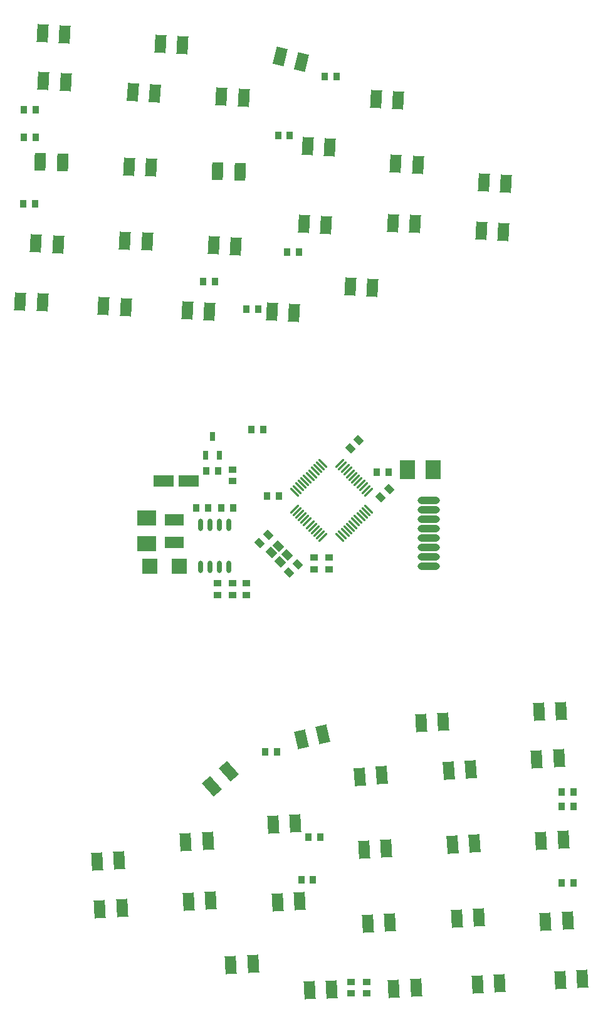
<source format=gtp>
G04 Layer_Color=8421504*
%FSLAX44Y44*%
%MOMM*%
G71*
G01*
G75*
G04:AMPARAMS|DCode=10|XSize=2.4mm|YSize=1.5mm|CornerRadius=0mm|HoleSize=0mm|Usage=FLASHONLY|Rotation=273.000|XOffset=0mm|YOffset=0mm|HoleType=Round|Shape=Rectangle|*
%AMROTATEDRECTD10*
4,1,4,-0.8118,1.1591,0.6862,1.2376,0.8118,-1.1591,-0.6862,-1.2376,-0.8118,1.1591,0.0*
%
%ADD10ROTATEDRECTD10*%

%ADD11R,0.9000X1.1000*%
G04:AMPARAMS|DCode=12|XSize=2.4mm|YSize=1.5mm|CornerRadius=0mm|HoleSize=0mm|Usage=FLASHONLY|Rotation=274.000|XOffset=0mm|YOffset=0mm|HoleType=Round|Shape=Rectangle|*
%AMROTATEDRECTD12*
4,1,4,-0.8319,1.1448,0.6645,1.2494,0.8319,-1.1448,-0.6645,-1.2494,-0.8319,1.1448,0.0*
%
%ADD12ROTATEDRECTD12*%

G04:AMPARAMS|DCode=13|XSize=2.4mm|YSize=1.5mm|CornerRadius=0mm|HoleSize=0mm|Usage=FLASHONLY|Rotation=103.000|XOffset=0mm|YOffset=0mm|HoleType=Round|Shape=Rectangle|*
%AMROTATEDRECTD13*
4,1,4,1.0007,-1.0005,-0.4608,-1.3380,-1.0007,1.0005,0.4608,1.3380,1.0007,-1.0005,0.0*
%
%ADD13ROTATEDRECTD13*%

%ADD14R,1.1000X0.9000*%
G04:AMPARAMS|DCode=15|XSize=2.4mm|YSize=1.5mm|CornerRadius=0mm|HoleSize=0mm|Usage=FLASHONLY|Rotation=132.000|XOffset=0mm|YOffset=0mm|HoleType=Round|Shape=Rectangle|*
%AMROTATEDRECTD15*
4,1,4,1.3603,-0.3899,0.2456,-1.3936,-1.3603,0.3899,-0.2456,1.3936,1.3603,-0.3899,0.0*
%
%ADD15ROTATEDRECTD15*%

G04:AMPARAMS|DCode=18|XSize=2.4mm|YSize=1.5mm|CornerRadius=0mm|HoleSize=0mm|Usage=FLASHONLY|Rotation=87.000|XOffset=0mm|YOffset=0mm|HoleType=Round|Shape=Rectangle|*
%AMROTATEDRECTD18*
4,1,4,0.6862,-1.2376,-0.8118,-1.1591,-0.6862,1.2376,0.8118,1.1591,0.6862,-1.2376,0.0*
%
%ADD18ROTATEDRECTD18*%

G04:AMPARAMS|DCode=19|XSize=2.4mm|YSize=1.5mm|CornerRadius=0mm|HoleSize=0mm|Usage=FLASHONLY|Rotation=256.000|XOffset=0mm|YOffset=0mm|HoleType=Round|Shape=Rectangle|*
%AMROTATEDRECTD19*
4,1,4,-0.4374,1.3458,1.0180,0.9829,0.4374,-1.3458,-1.0180,-0.9829,-0.4374,1.3458,0.0*
%
%ADD19ROTATEDRECTD19*%

G04:AMPARAMS|DCode=20|XSize=2.4mm|YSize=1.5mm|CornerRadius=0mm|HoleSize=0mm|Usage=FLASHONLY|Rotation=88.000|XOffset=0mm|YOffset=0mm|HoleType=Round|Shape=Rectangle|*
%AMROTATEDRECTD20*
4,1,4,0.7077,-1.2254,-0.7914,-1.1731,-0.7077,1.2254,0.7914,1.1731,0.7077,-1.2254,0.0*
%
%ADD20ROTATEDRECTD20*%

G04:AMPARAMS|DCode=21|XSize=2.4mm|YSize=1.5mm|CornerRadius=0mm|HoleSize=0mm|Usage=FLASHONLY|Rotation=86.000|XOffset=0mm|YOffset=0mm|HoleType=Round|Shape=Rectangle|*
%AMROTATEDRECTD21*
4,1,4,0.6645,-1.2494,-0.8319,-1.1448,-0.6645,1.2494,0.8319,1.1448,0.6645,-1.2494,0.0*
%
%ADD21ROTATEDRECTD21*%

%ADD23R,2.5000X1.5000*%
%ADD24R,2.5000X2.0000*%
%ADD25R,2.0000X2.5000*%
G04:AMPARAMS|DCode=26|XSize=1.1mm|YSize=0.9mm|CornerRadius=0mm|HoleSize=0mm|Usage=FLASHONLY|Rotation=315.000|XOffset=0mm|YOffset=0mm|HoleType=Round|Shape=Rectangle|*
%AMROTATEDRECTD26*
4,1,4,-0.7071,0.0707,-0.0707,0.7071,0.7071,-0.0707,0.0707,-0.7071,-0.7071,0.0707,0.0*
%
%ADD26ROTATEDRECTD26*%

G04:AMPARAMS|DCode=29|XSize=0.3mm|YSize=1.7mm|CornerRadius=0mm|HoleSize=0mm|Usage=FLASHONLY|Rotation=135.000|XOffset=0mm|YOffset=0mm|HoleType=Round|Shape=Round|*
%AMOVALD29*
21,1,1.4000,0.3000,0.0000,0.0000,225.0*
1,1,0.3000,0.4950,0.4950*
1,1,0.3000,-0.4950,-0.4950*
%
%ADD29OVALD29*%

G04:AMPARAMS|DCode=30|XSize=0.3mm|YSize=1.7mm|CornerRadius=0mm|HoleSize=0mm|Usage=FLASHONLY|Rotation=45.000|XOffset=0mm|YOffset=0mm|HoleType=Round|Shape=Round|*
%AMOVALD30*
21,1,1.4000,0.3000,0.0000,0.0000,135.0*
1,1,0.3000,0.4950,-0.4950*
1,1,0.3000,-0.4950,0.4950*
%
%ADD30OVALD30*%

G04:AMPARAMS|DCode=31|XSize=1mm|YSize=1.2mm|CornerRadius=0mm|HoleSize=0mm|Usage=FLASHONLY|Rotation=225.000|XOffset=0mm|YOffset=0mm|HoleType=Round|Shape=Rectangle|*
%AMROTATEDRECTD31*
4,1,4,-0.0707,0.7778,0.7778,-0.0707,0.0707,-0.7778,-0.7778,0.0707,-0.0707,0.7778,0.0*
%
%ADD31ROTATEDRECTD31*%

%ADD32R,0.7500X1.1500*%
%ADD33R,2.7500X1.5500*%
%ADD34R,2.1000X2.1500*%
%ADD35O,0.6000X1.7000*%
%ADD36O,3.0000X1.0000*%
D10*
X307946Y343073D02*
D03*
X277987Y341503D02*
D03*
X783987Y155503D02*
D03*
X813946Y157073D02*
D03*
X671987Y149503D02*
D03*
X701946Y151073D02*
D03*
X558987Y143503D02*
D03*
X588946Y145073D02*
D03*
X368946Y177073D02*
D03*
X338987Y175503D02*
D03*
X474946Y143073D02*
D03*
X444987Y141503D02*
D03*
X595987Y502503D02*
D03*
X625946Y504073D02*
D03*
X191946Y253073D02*
D03*
X161987Y251503D02*
D03*
X311946Y263073D02*
D03*
X281987Y261503D02*
D03*
X431946Y262073D02*
D03*
X401987Y260503D02*
D03*
X187946Y317073D02*
D03*
X157987Y315503D02*
D03*
X425946Y367073D02*
D03*
X395987Y365503D02*
D03*
X553946Y233073D02*
D03*
X523987Y231503D02*
D03*
X673946Y240073D02*
D03*
X643987Y238503D02*
D03*
X793946Y236073D02*
D03*
X763987Y234503D02*
D03*
X548946Y333073D02*
D03*
X518987Y331503D02*
D03*
X787946Y345073D02*
D03*
X757987Y343503D02*
D03*
X754987Y517504D02*
D03*
X784946Y519073D02*
D03*
X781967Y455288D02*
D03*
X752008Y453718D02*
D03*
D11*
X449967Y291288D02*
D03*
X433967D02*
D03*
X459967Y348288D02*
D03*
X443967D02*
D03*
X801967Y390288D02*
D03*
X785967D02*
D03*
X801967Y409288D02*
D03*
X785967D02*
D03*
X801967Y286288D02*
D03*
X785967D02*
D03*
X384967Y463288D02*
D03*
X400967D02*
D03*
X317347Y1098926D02*
D03*
X301347D02*
D03*
X359847Y1061676D02*
D03*
X375847Y1061676D02*
D03*
X481597Y1375176D02*
D03*
X465597D02*
D03*
X402597Y1296176D02*
D03*
X418597D02*
D03*
X58597Y1203426D02*
D03*
X74597D02*
D03*
X59097Y1293426D02*
D03*
X75097D02*
D03*
X59097Y1330426D02*
D03*
X75097D02*
D03*
X414597Y1138676D02*
D03*
X430597D02*
D03*
X535827Y841007D02*
D03*
X551827D02*
D03*
X403827Y809007D02*
D03*
X387827D02*
D03*
X366827Y899007D02*
D03*
X382827D02*
D03*
X321827Y843007D02*
D03*
X305827D02*
D03*
X325827Y793007D02*
D03*
X341827D02*
D03*
X291827D02*
D03*
X307827D02*
D03*
D12*
X667894Y340381D02*
D03*
X637967Y338288D02*
D03*
X662930Y440335D02*
D03*
X633003Y438242D02*
D03*
X542967Y432288D02*
D03*
X513040Y430196D02*
D03*
D13*
X433967Y480288D02*
D03*
X463198Y487037D02*
D03*
D14*
X521967Y153288D02*
D03*
Y137288D02*
D03*
X500967Y153288D02*
D03*
Y137288D02*
D03*
X451327Y726257D02*
D03*
Y710257D02*
D03*
X471827Y726007D02*
D03*
Y710007D02*
D03*
X340827Y845007D02*
D03*
Y829007D02*
D03*
X320827Y691007D02*
D03*
Y675007D02*
D03*
X340827Y691007D02*
D03*
Y675007D02*
D03*
X359827Y691007D02*
D03*
Y675007D02*
D03*
D15*
X313672Y417215D02*
D03*
X335967Y437288D02*
D03*
D18*
X394617Y1057711D02*
D03*
X424576Y1056141D02*
D03*
X565076Y1343141D02*
D03*
X535117Y1344711D02*
D03*
X273576Y1418141D02*
D03*
X243617Y1419711D02*
D03*
X557867Y1177711D02*
D03*
X587826Y1176141D02*
D03*
X677367Y1167211D02*
D03*
X707326Y1165641D02*
D03*
X442867Y1281461D02*
D03*
X472826Y1279891D02*
D03*
X561617Y1257461D02*
D03*
X591576Y1255891D02*
D03*
X680617Y1232461D02*
D03*
X710576Y1230891D02*
D03*
X75638Y1149996D02*
D03*
X105597Y1148426D02*
D03*
X195888Y1153996D02*
D03*
X225847Y1152426D02*
D03*
X315617Y1147961D02*
D03*
X345576Y1146391D02*
D03*
X201138Y1253996D02*
D03*
X231097Y1252426D02*
D03*
X85867Y1369461D02*
D03*
X115826Y1367890D02*
D03*
X326138Y1348246D02*
D03*
X356097Y1346676D02*
D03*
X437367Y1176461D02*
D03*
X467326Y1174891D02*
D03*
X197076Y1063891D02*
D03*
X167117Y1065461D02*
D03*
X310076Y1058141D02*
D03*
X280117Y1059711D02*
D03*
X84556Y1070355D02*
D03*
X54597Y1071926D02*
D03*
X500117Y1091711D02*
D03*
X530077Y1090140D02*
D03*
X114306Y1432105D02*
D03*
X84347Y1433676D02*
D03*
D19*
X434651Y1395297D02*
D03*
X405542Y1402555D02*
D03*
D20*
X321106Y1247699D02*
D03*
X351088Y1246652D02*
D03*
X81356Y1260199D02*
D03*
X111338Y1259152D02*
D03*
D21*
X206383Y1354473D02*
D03*
X236310Y1352379D02*
D03*
D23*
X262077Y746757D02*
D03*
Y776757D02*
D03*
D24*
X225328Y779505D02*
D03*
Y744506D02*
D03*
D25*
X612326Y844756D02*
D03*
X577326D02*
D03*
D26*
X500170Y873350D02*
D03*
X511484Y884664D02*
D03*
X377835Y745199D02*
D03*
X389149Y756513D02*
D03*
X428827Y717007D02*
D03*
X417513Y705693D02*
D03*
X541170Y807350D02*
D03*
X552484Y818664D02*
D03*
D29*
X424622Y791693D02*
D03*
X428158Y788158D02*
D03*
X431693Y784622D02*
D03*
X435229Y781086D02*
D03*
X438764Y777551D02*
D03*
X442300Y774015D02*
D03*
X445835Y770480D02*
D03*
X449371Y766944D02*
D03*
X452906Y763409D02*
D03*
X456442Y759873D02*
D03*
X459978Y756338D02*
D03*
X463513Y752802D02*
D03*
X525031Y814320D02*
D03*
X521496Y817856D02*
D03*
X517960Y821392D02*
D03*
X514425Y824927D02*
D03*
X510889Y828463D02*
D03*
X507354Y831998D02*
D03*
X503818Y835534D02*
D03*
X500283Y839069D02*
D03*
X496747Y842605D02*
D03*
X493212Y846140D02*
D03*
X489676Y849676D02*
D03*
X486141Y853211D02*
D03*
D30*
X486141Y752802D02*
D03*
X489676Y756338D02*
D03*
X493212Y759873D02*
D03*
X496747Y763409D02*
D03*
X500283Y766944D02*
D03*
X503818Y770480D02*
D03*
X507354Y774015D02*
D03*
X510889Y777551D02*
D03*
X514425Y781086D02*
D03*
X517960Y784622D02*
D03*
X521496Y788158D02*
D03*
X525031Y791693D02*
D03*
X463513Y853211D02*
D03*
X459978Y849676D02*
D03*
X456442Y846140D02*
D03*
X452906Y842605D02*
D03*
X449371Y839069D02*
D03*
X445835Y835534D02*
D03*
X442300Y831998D02*
D03*
X438764Y828463D02*
D03*
X435229Y824927D02*
D03*
X431693Y821392D02*
D03*
X428158Y817856D02*
D03*
X424622Y814320D02*
D03*
D31*
X414605Y729643D02*
D03*
X402584Y741664D02*
D03*
X405412Y720450D02*
D03*
X393392Y732471D02*
D03*
D32*
X314327Y889507D02*
D03*
X323827Y864007D02*
D03*
X304827D02*
D03*
D33*
X282327Y829007D02*
D03*
X247827D02*
D03*
D34*
X229327Y714507D02*
D03*
X269327D02*
D03*
D35*
X335877Y770507D02*
D03*
X323177Y770507D02*
D03*
X310477D02*
D03*
X297777D02*
D03*
X335877Y713507D02*
D03*
X323177D02*
D03*
X310477D02*
D03*
X297777D02*
D03*
D36*
X606227Y714207D02*
D03*
Y726907D02*
D03*
Y739607D02*
D03*
Y752307D02*
D03*
Y765007D02*
D03*
Y777707D02*
D03*
Y790407D02*
D03*
Y803107D02*
D03*
M02*

</source>
